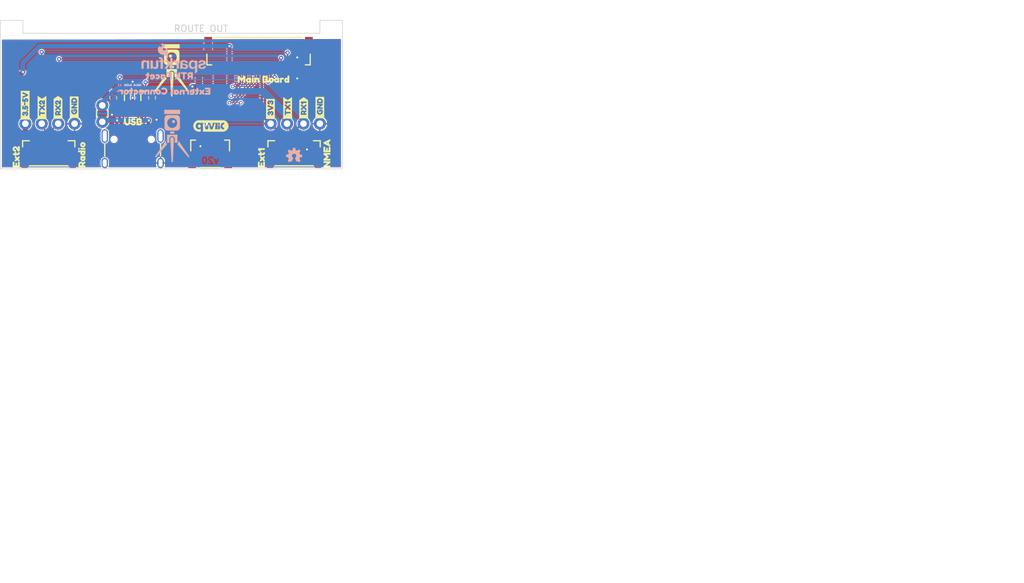
<source format=kicad_pcb>
(kicad_pcb (version 20240108) (generator "pcbnew") (generator_version "8.0")
  (title_block (title "SparkFun RTK Facet - External Connector") (date "2024-09-25") (rev "v13") (comment 1 "Designed by: N. Seidle"))
  (layers (0 "F.Cu" signal) (31 "B.Cu" signal) (34 "B.Paste" user) (35 "F.Paste" user) (36 "B.SilkS" user "B.Silkscreen") (37 "F.SilkS" user "F.Silkscreen") (38 "B.Mask" user) (39 "F.Mask" user) (44 "Edge.Cuts" user))
  (net 0 "")
  (net 1 "3.3V")
  (net 2 "GND")
  (net 3 "VBATT")
  (net 15 "Net-(JP0-A)")
  (net 16 "Net-(J5-CC2)")
  (net 17 "Net-(J5-CC1)")
  (net 18 "USB_DM")
  (net 19 "USB_DP")
  (net 20 "Net-(J11-Pin_4)")
  (net 21 "Net-(D1-VCC)")
  (net 24 "ESP22{slash}SCL")
  (net 25 "VUSB")
  (net 26 "ZED_RXI2")
  (net 27 "ExternalDATA_RXI")
  (net 28 "ZED_TXO2")
  (net 29 "ESP21{slash}SDA")
  (net 30 "ExternalDATA_TXO")
  (footprint "SparkFun-Connector:1x04" (layer "F.Cu") (at 171.5011 109.5036 180)
    (property "Reference" "J12")
    (property "Value" "Conn_01x04")
    (pad "1" thru_hole circle (at 0 0 270) (size 1.8796 1.8796) (drill 1.016) (layers "*.Cu" "*.Mask") (net 2 "GND"))
    (pad "2" thru_hole circle (at 2.54 0 270) (size 1.8796 1.8796) (drill 1.016) (layers "*.Cu" "*.Mask") (net 27 "ExternalDATA_RXI"))
    (pad "3" thru_hole circle (at 5.08 0 270) (size 1.8796 1.8796) (drill 1.016) (layers "*.Cu" "*.Mask") (net 30 "ExternalDATA_TXO"))
    (pad "4" thru_hole circle (at 7.62 0 270) (size 1.8796 1.8796) (drill 1.016) (layers "*.Cu" "*.Mask") (net 1 "3.3V"))
  )
  (footprint "kibuzzard-66F4C03C" (layer "F.Cu") (at 171.493661 107.01051 90)
    (property "Reference" "kibuzzard-66F4C03C" (hide yes))
    (property "Value" "G***" (hide yes))
  )
  (footprint "kibuzzard-66F4BFEC" (layer "F.Cu") (at 142.5575 109.22)
    (property "Reference" "kibuzzard-66F4BFEC" (hide yes))
    (property "Value" "G***" (hide yes))
  )
  (footprint "kibuzzard-66F4C0CF" (layer "F.Cu") (at 166.507747 107.061595 90)
    (property "Reference" "kibuzzard-66F4C0CF" (hide yes))
    (property "Value" "G***" (hide yes))
  )
  (footprint "SparkFun-Aesthetic:SparkFun_RTK_20mm" (layer "F.Cu") (at 148.59 102.235)
    (property "Reference" "Ref**" (hide yes))
    (property "Value" "Val**" (hide yes))
  )
  (footprint "SparkFun-Jumper:Jumper_2_PTH_SMD_Combo-NC" (layer "F.Cu") (at 137.795 107.95 90)
    (property "Reference" "JP0")
    (property "Value" "Measure")
    (fp_rect (start -0.25 -0.4) (end 0.25 0.4) (fill solid) (layer "F.Cu"))
    (pad "1" thru_hole circle (at -1.27 0 180) (size 1.8796 1.8796) (drill 1.016) (layers "*.Cu" "*.Mask") (net 15 "Net-(JP0-A)"))
    (pad "1" smd rect (at -0.508 0 90) (size 0.635 1.27) (layers "F.Cu" "F.Mask") (net 15 "Net-(JP0-A)"))
    (pad "2" smd rect (at 0.508 0 90) (size 0.635 1.27) (layers "F.Cu" "F.Mask") (net 21 "Net-(D1-VCC)"))
    (pad "2" thru_hole circle (at 1.27 0 180) (size 1.8796 1.8796) (drill 1.016) (layers "*.Cu" "*.Mask") (net 21 "Net-(D1-VCC)"))
  )
  (footprint "SparkFun-Resistor:R_0603_1608Metric" (layer "F.Cu") (at 145.5 105.5 90)
    (property "Reference" "R16")
    (property "Value" "5.1k")
    (pad "1" smd roundrect (at -0.825 0 90) (size 0.8 0.95) (layers "F.Cu" "F.Paste" "F.Mask") (net 16 "Net-(J5-CC2)"))
    (pad "2" smd roundrect (at 0.825 0 90) (size 0.8 0.95) (layers "F.Cu" "F.Paste" "F.Mask") (net 2 "GND"))
  )
  (footprint "SparkFun-Connector:USB-C_16" (layer "F.Cu") (at 142.5011 110.5036)
    (property "Reference" "J5")
    (property "Value" "USB_C_Receptacle")
    (pad "" np_thru_hole circle (at -2.89 1.445) (size 0.65 0.65) (drill 0.65) (layers "*.Cu" "*.Mask"))
    (pad "" np_thru_hole circle (at 2.89 1.445) (size 0.65 0.65) (drill 0.65) (layers "F&B.Cu" "*.Mask"))
    (pad "A5" smd rect (at -1.25 0.34 180) (size 0.3 1) (layers "F.Cu" "F.Paste" "F.Mask") (net 17 "Net-(J5-CC1)"))
    (pad "A6" smd rect (at -0.25 0.34 180) (size 0.3 1) (layers "F.Cu" "F.Paste" "F.Mask") (net 19 "USB_DP"))
    (pad "A7" smd rect (at 0.25 0.34) (size 0.3 1) (layers "F.Cu" "F.Paste" "F.Mask") (net 18 "USB_DM"))
    (pad "A8" smd rect (at 1.25 0.34) (size 0.3 1) (layers "F.Cu" "F.Paste" "F.Mask"))
    (pad "B5" smd rect (at 1.75 0.34) (size 0.3 1) (layers "F.Cu" "F.Paste" "F.Mask") (net 16 "Net-(J5-CC2)"))
    (pad "B6" smd rect (at 0.75 0.34) (size 0.3 1) (layers "F.Cu" "F.Paste" "F.Mask") (net 19 "USB_DP"))
    (pad "B7" smd rect (at -0.75 0.34 180) (size 0.3 1) (layers "F.Cu" "F.Paste" "F.Mask") (net 18 "USB_DM"))
    (pad "B8" smd rect (at -1.75 0.34 180) (size 0.3 1) (layers "F.Cu" "F.Paste" "F.Mask"))
    (pad "GND" smd rect (at -3.225 0.34 180) (size 0.6 1) (layers "F.Cu" "F.Paste" "F.Mask") (net 2 "GND"))
    (pad "GND" smd rect (at 3.225 0.34) (size 0.6 1) (layers "F.Cu" "F.Paste" "F.Mask") (net 2 "GND"))
    (pad "NC1" thru_hole oval (at -4.318 5.095) (size 1 1.6) (drill oval 0.6 1.2) (layers "*.Cu" "*.Mask" "F.Paste"))
    (pad "NC2" thru_hole oval (at -4.318 0.915) (size 1 2.1) (drill oval 0.6 1.7) (layers "*.Cu" "*.Mask" "F.Paste"))
    (pad "NC3" thru_hole oval (at 4.318 0.915) (size 1 2.1) (drill oval 0.6 1.7) (layers "*.Cu" "*.Mask" "F.Paste"))
    (pad "S" thru_hole oval (at 4.318 5.095) (size 1 1.6) (drill oval 0.6 1.2) (layers "*.Cu" "*.Mask" "F.Paste") (net 2 "GND"))
    (pad "VBUS" smd rect (at -2.45 0.34 180) (size 0.6 1) (layers "F.Cu" "F.Paste" "F.Mask") (net 15 "Net-(JP0-A)"))
    (pad "VBUS" smd rect (at 2.45 0.34) (size 0.6 1) (layers "F.Cu" "F.Paste" "F.Mask") (net 15 "Net-(JP0-A)"))
  )
  (footprint "kibuzzard-66F4C088" (layer "F.Cu") (at 125.852604 106.639131 90)
    (property "Reference" "kibuzzard-66F4C088" (hide yes))
    (property "Value" "G***" (hide yes))
  )
  (footprint "SparkFun-Fuse:0805" (layer "F.Cu") (at 124.5011 105.5036 -90)
    (property "Reference" "F1")
    (property "Value" "6V/0.5A/1A")
    (pad "1" smd rect (at -0.9 0 270) (size 0.8 1.2) (layers "F.Cu" "F.Paste" "F.Mask") (net 3 "VBATT"))
    (pad "2" smd rect (at 0.9 0 270) (size 0.8 1.2) (layers "F.Cu" "F.Paste" "F.Mask") (net 20 "Net-(J11-Pin_4)"))
  )
  (footprint "kibuzzard-66F4C0A3" (layer "F.Cu") (at 130.937418 106.97997 90)
    (property "Reference" "kibuzzard-66F4C0A3" (hide yes))
    (property "Value" "G***" (hide yes))
  )
  (footprint "kibuzzard-66FF0C1C" (layer "F.Cu") (at 162.78 102.61)
    (property "Reference" "kibuzzard-66FF0C1C" (hide yes))
    (property "Value" "G***" (hide yes))
  )
  (footprint "kibuzzard-66F4C0F8" (layer "F.Cu") (at 172.611543 114.107419 90)
    (property "Reference" "kibuzzard-66F4C0F8" (hide yes))
    (property "Value" "G***" (hide yes))
  )
  (footprint "SparkFun-Connector:JST_SMD_1.25mm-4_Locking" (layer "F.Cu") (at 167.5011 115.1036)
    (property "Reference" "J2")
    (property "Value" "JST_Locking_4")
    (pad "1" smd rect (at -1.875 -3.3 180) (size 0.6 1.7) (layers "F.Cu" "F.Paste" "F.Mask") (net 1 "3.3V"))
    (pad "2" smd rect (at -0.625 -3.3 180) (size 0.6 1.7) (layers "F.Cu" "F.Paste" "F.Mask") (net 30 "ExternalDATA_TXO"))
    (pad "3" smd rect (at 0.625 -3.3 180) (size 0.6 1.7) (layers "F.Cu" "F.Paste" "F.Mask") (net 27 "ExternalDATA_RXI"))
    (pad "4" smd rect (at 1.875 -3.3 180) (size 0.6 1.7) (layers "F.Cu" "F.Paste" "F.Mask") (net 2 "GND"))
    (pad "NC1" smd rect (at 3.725 -0.1 270) (size 2.7 1) (layers "F.Cu" "F.Paste" "F.Mask"))
    (pad "NC2" smd rect (at -3.725 -0.1 270) (size 2.7 1) (layers "F.Cu" "F.Paste" "F.Mask"))
  )
  (footprint "SparkFun-Connector:1x04" (layer "F.Cu") (at 133.5011 109.5036 180)
    (property "Reference" "J11")
    (property "Value" "Conn_01x04")
    (pad "1" thru_hole circle (at 0 0 270) (size 1.8796 1.8796) (drill 1.016) (layers "*.Cu" "*.Mask") (net 2 "GND"))
    (pad "2" thru_hole circle (at 2.54 0 270) (size 1.8796 1.8796) (drill 1.016) (layers "*.Cu" "*.Mask") (net 26 "ZED_RXI2"))
    (pad "3" thru_hole circle (at 5.08 0 270) (size 1.8796 1.8796) (drill 1.016) (layers "*.Cu" "*.Mask") (net 28 "ZED_TXO2"))
    (pad "4" thru_hole circle (at 7.62 0 270) (size 1.8796 1.8796) (drill 1.016) (layers "*.Cu" "*.Mask") (net 20 "Net-(J11-Pin_4)"))
  )
  (footprint "SparkFun-Connector:JST_SMD_1.25mm-4_Locking" (layer "F.Cu") (at 129.5011 115.1036)
    (property "Reference" "J9")
    (property "Value" "JST_Locking_4")
    (pad "1" smd rect (at -1.875 -3.3 180) (size 0.6 1.7) (layers "F.Cu" "F.Paste" "F.Mask") (net 20 "Net-(J11-Pin_4)"))
    (pad "2" smd rect (at -0.625 -3.3 180) (size 0.6 1.7) (layers "F.Cu" "F.Paste" "F.Mask") (net 28 "ZED_TXO2"))
    (pad "3" smd rect (at 0.625 -3.3 180) (size 0.6 1.7) (layers "F.Cu" "F.Paste" "F.Mask") (net 26 "ZED_RXI2"))
    (pad "4" smd rect (at 1.875 -3.3 180) (size 0.6 1.7) (layers "F.Cu" "F.Paste" "F.Mask") (net 2 "GND"))
    (pad "NC1" smd rect (at 3.725 -0.1 270) (size 2.7 1) (layers "F.Cu" "F.Paste" "F.Mask"))
    (pad "NC2" smd rect (at -3.725 -0.1 270) (size 2.7 1) (layers "F.Cu" "F.Paste" "F.Mask"))
  )
  (footprint "kibuzzard-66F4C03C" (layer "F.Cu") (at 133.440592 106.949319 90)
    (property "Reference" "kibuzzard-66F4C03C" (hide yes))
    (property "Value" "G***" (hide yes))
  )
  (footprint "SparkFun-Aesthetic:qwiic_5.5mm" (layer "F.Cu") (at 154.6225 109.855)
    (property "Reference" "G***" (hide yes))
    (property "Value" "LOGO" (hide yes))
  )
  (footprint "kibuzzard-66F4BFE6" (layer "F.Cu") (at 134.62 114.3 90)
    (property "Reference" "kibuzzard-66F4BFE6" (hide yes))
    (property "Value" "G***" (hide yes))
  )
  (footprint "SparkFun-Connector:JST_SMD_1.0mm-4_RA" (layer "F.Cu") (at 154.5011 111.7036)
    (property "Reference" "J4")
    (property "Value" "Qwiic_RA")
    (pad "1" smd rect (at -1.5 0) (size 0.6 1.35) (layers "F.Cu" "F.Paste" "F.Mask") (net 2 "GND"))
    (pad "2" smd rect (at -0.5 0) (size 0.6 1.35) (layers "F.Cu" "F.Paste" "F.Mask") (net 1 "3.3V"))
    (pad "3" smd rect (at 0.5 0) (size 0.6 1.35) (layers "F.Cu" "F.Paste" "F.Mask") (net 29 "ESP21{slash}SDA"))
    (pad "4" smd rect (at 1.5 0) (size 0.6 1.35) (layers "F.Cu" "F.Paste" "F.Mask") (net 24 "ESP22{slash}SCL"))
    (pad "NC1" smd rect (at 2.8 3.675) (size 1.2 2) (layers "F.Cu" "F.Paste" "F.Mask"))
    (pad "NC2" smd rect (at -2.8 3.675) (size 1.2 2) (layers "F.Cu" "F.Paste" "F.Mask"))
  )
  (footprint "kibuzzard-66F4BFD6" (layer "F.Cu") (at 124.46 114.6175 90)
    (property "Reference" "kibuzzard-66F4BFD6" (hide yes))
    (property "Value" "G***" (hide yes))
  )
  (footprint "SparkFun-Resistor:R_0603_1608Metric" (layer "F.Cu") (at 139.5 105.5 90)
    (property "Reference" "R17")
    (property "Value" "5.1k")
    (pad "1" smd roundrect (at -0.825 0 90) (size 0.8 0.95) (layers "F.Cu" "F.Paste" "F.Mask") (net 17 "Net-(J5-CC1)"))
    (pad "2" smd roundrect (at 0.825 0 90) (size 0.8 0.95) (layers "F.Cu" "F.Paste" "F.Mask") (net 2 "GND"))
  )
  (footprint "kibuzzard-66F4C0FC" (layer "F.Cu") (at 162.450699 114.781744 90)
    (property "Reference" "kibuzzard-66F4C0FC" (hide yes))
    (property "Value" "G***" (hide yes))
  )
  (footprint "kibuzzard-66F4C0D4" (layer "F.Cu") (at 168.990487 107.041161 90)
    (property "Reference" "kibuzzard-66F4C0D4" (hide yes))
    (property "Value" "G***" (hide yes))
  )
  (footprint "kibuzzard-66F4C09A" (layer "F.Cu") (at 128.454678 107.000404 90)
    (property "Reference" "kibuzzard-66F4C09A" (hide yes))
    (property "Value" "G***" (hide yes))
  )
  (footprint "SparkFun-Fuse:1210" (layer "F.Cu") (at 154.25 103.75 180)
    (property "Reference" "F3")
    (property "Value" "6V/2.0A/4.0A")
    (pad "1" smd rect (at -1.5 0 180) (size 1 2.8) (layers "F.Cu" "F.Paste" "F.Mask") (net 25 "VUSB"))
    (pad "2" smd rect (at 1.5 0 180) (size 1 2.8) (layers "F.Cu" "F.Paste" "F.Mask") (net 21 "Net-(D1-VCC)"))
  )
  (footprint "kibuzzard-66F4C0DF" (layer "F.Cu") (at 163.846208 107.225067 90)
    (property "Reference" "kibuzzard-66F4C0DF" (hide yes))
    (property "Value" "G***" (hide yes))
  )
  (footprint "SparkFun-Connector:JST_SMD_1.0mm-14_RA" (layer "F.Cu") (at 162 100.75 180)
    (property "Reference" "J1")
    (property "Value" "Conn_01x14")
    (pad "1" smd rect (at -6.5 0 180) (size 0.6 1.35) (layers "F.Cu" "F.Paste" "F.Mask") (net 2 "GND"))
    (pad "2" smd rect (at -5.5 0 180) (size 0.6 1.35) (layers "F.Cu" "F.Paste" "F.Mask") (net 2 "GND"))
    (pad "3" smd rect (at -4.5 0 180) (size 0.6 1.35) (layers "F.Cu" "F.Paste" "F.Mask") (net 28 "ZED_TXO2"))
    (pad "4" smd rect (at -3.5 0 180) (size 0.6 1.35) (layers "F.Cu" "F.Paste" "F.Mask") (net 26 "ZED_RXI2"))
    (pad "5" smd rect (at -2.5 0 180) (size 0.6 1.35) (layers "F.Cu" "F.Paste" "F.Mask") (net 18 "USB_DM"))
    (pad "6" smd rect (at -1.5 0 180) (size 0.6 1.35) (layers "F.Cu" "F.Paste" "F.Mask") (net 19 "USB_DP"))
    (pad "7" smd rect (at -0.5 0 180) (size 0.6 1.35) (layers "F.Cu" "F.Paste" "F.Mask") (net 1 "3.3V"))
    (pad "8" smd rect (at 0.5 0 180) (size 0.6 1.35) (layers "F.Cu" "F.Paste" "F.Mask") (net 29 "ESP21{slash}SDA"))
    (pad "9" smd rect (at 1.5 0 180) (size 0.6 1.35) (layers "F.Cu" "F.Paste" "F.Mask") (net 24 "ESP22{slash}SCL"))
    (pad "10" smd rect (at 2.5 0 180) (size 0.6 1.35) (layers "F.Cu" "F.Paste" "F.Mask") (net 30 "ExternalDATA_TXO"))
    (pad "11" smd rect (at 3.5 0 180) (size 0.6 1.35) (layers "F.Cu" "F.Paste" "F.Mask") (net 27 "ExternalDATA_RXI"))
    (pad "12" smd rect (at 4.5 0 180) (size 0.6 1.35) (layers "F.Cu" "F.Paste" "F.Mask") (net 3 "VBATT"))
    (pad "13" smd rect (at 5.5 0 180) (size 0.6 1.35) (layers "F.Cu" "F.Paste" "F.Mask") (net 25 "VUSB"))
    (pad "14" smd rect (at 6.5 0 180) (size 0.6 1.35) (layers "F.Cu" "F.Paste" "F.Mask") (net 25 "VUSB"))
    (pad "NC1" smd rect (at 7.8 3.675 180) (size 1.2 2) (layers "F.Cu" "F.Paste" "F.Mask"))
    (pad "NC2" smd rect (at -7.8 3.675 180) (size 1.2 2) (layers "F.Cu" "F.Paste" "F.Mask"))
  )
  (footprint "SparkFun-Aesthetic:Creative_Commons_License" (layer "F.Cu") (at 233.68 162.56)
    (property "Reference" "G3" (hide yes))
    (property "Value" "OSHW_Logo" (hide yes))
  )
  (footprint "SparkFun-Semiconductor-Standard:SOT23-6" (layer "F.Cu") (at 142.5 105.5 -90)
    (property "Reference" "D1")
    (property "Value" "DT1042-04SO")
    (pad "1" smd rect (at -1.3001 -0.95 180) (size 0.55 1.2) (layers "F.Cu" "F.Paste" "F.Mask"))
    (pad "2" smd rect (at -1.3001 0 180) (size 0.55 1.2) (layers "F.Cu" "F.Paste" "F.Mask") (net 2 "GND"))
    (pad "3" smd rect (at -1.3001 0.95 180) (size 0.55 1.2) (layers "F.Cu" "F.Paste" "F.Mask"))
    (pad "4" smd rect (at 1.3001 0.95 180) (size 0.55 1.2) (layers "F.Cu" "F.Paste" "F.Mask") (net 18 "USB_DM"))
    (pad "5" smd rect (at 1.3 0 180) (size 0.55 1.2) (layers "F.Cu" "F.Paste" "F.Mask") (net 21 "Net-(D1-VCC)"))
    (pad "6" smd rect (at 1.3001 -0.95 180) (size 0.55 1.2) (layers "F.Cu" "F.Paste" "F.Mask") (net 19 "USB_DP"))
  )
  (footprint "kibuzzard-66F4C1AD" (layer "B.Cu") (at 148.160221 102.090324 180)
    (property "Reference" "kibuzzard-66F4C1AD" (hide yes))
    (property "Value" "G***" (hide yes))
  )
  (footprint "SparkFun-Aesthetic:OSHW_Logo_2.5mm" (layer "B.Cu") (at 167.5011 114.5036 180)
    (property "Reference" "LOGO1" (hide yes))
    (property "Value" "OSHW-LOGOMINI" (hide yes))
  )
  (footprint "kibuzzard-66F4C18F" (layer "B.Cu") (at 151.4475 104.4575 180)
    (property "Reference" "kibuzzard-66F4C18F" (hide yes))
    (property "Value" "G***" (hide yes))
  )
  (footprint "kibuzzard-66F4C199" (layer "B.Cu") (at 144.145 104.4575 180)
    (property "Reference" "kibuzzard-66F4C199" (hide yes))
    (property "Value" "G***" (hide yes))
  )
  (footprint "SparkFun-Aesthetic:SparkFun_Logo_10mm" (layer "B.Cu") (at 148.9075 100.33 180)
    (property "Reference" "LOGO2" (hide yes))
    (property "Value" "SFE_LOGO_NAME_FLAME.1_INCH" (hide yes))
  )
  (footprint "SparkFun-Aesthetic:SparkFun_RTK_20mm" (layer "B.Cu") (at 148.59 112.395 180)
    (property "Reference" "Ref**" (hide yes))
    (property "Value" "Val**" (hide yes))
  )
  (gr_poly (pts (xy 122.0011 93.5036) (xy 125.5011 93.5036) (xy 125.5011 95.5036) (xy 171.5011 95.5036) (xy 171.5011 93.5036) (xy 175.0011 93.5036) (xy 175.0011 116.5036) (xy 122.0011 116.5036)) (stroke (width 0.1)) (fill none) (layer "Edge.Cuts"))
  (gr_text "v20" (at 154.5 115.25 -0) (layer "B.Cu" knockout) (effects (font (size 1 1) (thickness 0.25) (bold yes)) (justify mirror)))
  (gr_text "ROUTE OUT" (at 153.08941 94.782397 0) (layer "Edge.Cuts") (effects (font (size 1 1))))
  (segment (start 162.5 108.1225) (end 163.8811 109.5036) (width 0.4064) (layer "F.Cu") (net 1))
  (segment (start 154.0011 111.7036) (end 154.0011 109.5036) (width 0.3048) (layer "F.Cu") (net 1))
  (segment (start 165.6261 111.8036) (end 165.6261 111.2486) (width 0.3048) (layer "F.Cu") (net 1))
  (segment (start 162.5 100.75) (end 162.5 108.1225) (width 0.4064) (layer "F.Cu") (net 1))
  (segment (start 165.6261 111.2486) (end 163.8811 109.5036) (width 0.3048) (layer "F.Cu") (net 1))
  (via (at 154.0011 109.5036) (size 0.6556) (drill 0.3) (layers "F.Cu" "B.Cu") (net 1))
  (segment (start 154.0011 109.5036) (end 161.5 109.5036) (width 0.3048) (layer "B.Cu") (net 1))
  (segment (start 163.8811 109.5036) (end 161.5 109.5036) (width 0.3048) (layer "B.Cu") (net 1))
  (segment (start 168 99.25) (end 167.5 99.75) (width 0.762) (layer "F.Cu") (net 2))
  (segment (start 145.7261 109.3739) (end 146.2 108.9) (width 0.4064) (layer "F.Cu") (net 2))
  (segment (start 139.2761 110.8436) (end 139.2761 108.1239) (width 0.4064) (layer "F.Cu") (net 2))
  (segment (start 167.5 102) (end 168 102.5) (width 0.762) (layer "F.Cu") (net 2))
  (segment (start 168.5 100.75) (end 168.5 102) (width 0.762) (layer "F.Cu") (net 2))
  (segment (start 142.5956 103.9902) (end 142.5011 104.0847) (width 0.3048) (layer "F.Cu") (net 2))
  (segment (start 145.7261 110.8436) (end 145.7261 109.3739) (width 0.4064) (layer "F.Cu") (net 2))
  (segment (start 139.2761 108.1239) (end 139.3 108.1) (width 0.4064) (layer "F.Cu") (net 2))
  (segment (start 168 99.25) (end 168.5 99.75) (width 0.762) (layer "F.Cu") (net 2))
  (segment (start 168.5 102) (end 168 102.5) (width 0.762) (layer "F.Cu") (net 2))
  (segment (start 167.5 100.75) (end 167.5 102) (width 0.762) (layer "F.Cu") (net 2))
  (segment (start 167.5 99.75) (end 167.5 100.75) (width 0.762) (layer "F.Cu") (net 2))
  (segment (start 168.5 99.75) (end 168.5 100.75) (width 0.762) (layer "F.Cu") (net 2))
  (via (at 169.5 113.5) (size 0.6556) (drill 0.3) (layers "F.Cu" "B.Cu") (net 2))
  (via (at 168 102.5) (size 0.6556) (drill 0.3) (layers "F.Cu" "B.Cu") (net 2))
  (via (at 168 99.25) (size 0.6556) (drill 0.3) (layers "F.Cu" "B.Cu") (net 2))
  (via (at 146.2 108.9) (size 0.6556) (drill 0.3) (layers "F.Cu" "B.Cu") (net 2))
  (via (at 153 113) (size 0.6556) (drill 0.3) (layers "F.Cu" "B.Cu") (net 2))
  (via (at 142.5 103) (size 0.6556) (drill 0.3) (layers "F.Cu" "B.Cu") (net 2))
  (via (at 139.3 108.1) (size 0.6556) (drill 0.3) (layers "F.Cu" "B.Cu") (net 2))
  (segment (start 125.5011 101.5036) (end 124.5011 102.5036) (width 0.762) (layer "F.Cu") (net 3))
  (segment (start 124.5011 102.5036) (end 124.5011 104.6036) (width 0.762) (layer "F.Cu") (net 3))
  (segment (start 157.5 100.75) (end 157.5 97.5) (width 0.6604) (layer "F.Cu") (net 3))
  (via (at 157.5 97.5) (size 0.56) (drill 0.3) (layers "F.Cu" "B.Cu") (net 3))
  (via (at 125.5011 101.5036) (size 0.6556) (drill 0.3) (layers "F.Cu" "B.Cu") (net 3))
  (segment (start 125.5011 100.085679) (end 125.5011 101.5036) (width 0.762) (layer "B.Cu") (net 3))
  (segment (start 128.086779 97.5) (end 125.5011 100.085679) (width 0.762) (layer "B.Cu") (net 3))
  (segment (start 157.5 97.5) (end 128.086779 97.5) (width 0.762) (layer "B.Cu") (net 3))
  (segment (start 144.9511 110.8436) (end 144.9511 109.0536) (width 0.508) (layer "F.Cu") (net 15))
  (segment (start 140.0511 109.0536) (end 140.1011 109.0036) (width 0.508) (layer "F.Cu") (net 15))
  (segment (start 144.9511 109.0536) (end 145.0011 109.0036) (width 0.508) (layer "F.Cu") (net 15))
  (segment (start 137.6011 108.2116) (end 137.6011 108.9736) (width 0.3048) (layer "F.Cu") (net 15))
  (segment (start 140.0511 110.8436) (end 140.0511 109.0536) (width 0.508) (layer "F.Cu") (net 15))
  (via (at 140.1011 109.0036) (size 0.6556) (drill 0.3) (layers "F.Cu" "B.Cu") (net 15))
  (via (at 145.0011 109.0036) (size 0.6556) (drill 0.3) (layers "F.Cu" "B.Cu") (net 15))
  (segment (start 137.6311 109.0036) (end 137.6011 108.9736) (width 0.5588) (layer "B.Cu") (net 15))
  (segment (start 145.0011 109.0036) (end 140.1011 109.0036) (width 0.762) (layer "B.Cu") (net 15))
  (segment (start 140.1011 109.0036) (end 137.6311 109.0036) (width 0.762) (layer "B.Cu") (net 15))
  (segment (start 144.2511 108.7489) (end 145.5 107.5) (width 0.1778) (layer "F.Cu") (net 16))
  (segment (start 145.5 107.5) (end 145.5 106.325) (width 0.1778) (layer "F.Cu") (net 16))
  (segment (start 144.2511 110.8436) (end 144.2511 108.7489) (width 0.1778) (layer "F.Cu") (net 16))
  (segment (start 139.5 107) (end 139.5 106.325) (width 0.1778) (layer "F.Cu") (net 17))
  (segment (start 141.2511 108.7511) (end 139.5 107) (width 0.1778) (layer "F.Cu") (net 17))
  (segment (start 141.2511 110.8436) (end 141.2511 108.7511) (width 0.1778) (layer "F.Cu") (net 17))
  (segment (start 142.4689 111.8036) (end 141.9011 111.8036) (width 0.1778) (layer "F.Cu") (net 18))
  (segment (start 141.7511 108.175416) (end 141.55 107.974316) (width 0.1778) (layer "F.Cu") (net 18))
  (segment (start 142.7511 111.5214) (end 142.4689 111.8036) (width 0.1778) (layer "F.Cu") (net 18))
  (segment (start 141.55 106.8001) (end 141.55 105.55) (width 0.1778) (layer "F.Cu") (net 18))
  (segment (start 141.7511 111.6536) (end 141.7511 110.8436) (width 0.1778) (layer "F.Cu") (net 18))
  (segment (start 142.7511 110.8436) (end 142.7511 111.5214) (width 0.1778) (layer "F.Cu") (net 18))
  (segment (start 141.7511 110.8436) (end 141.7511 108.175416) (width 0.1778) (layer "F.Cu") (net 18))
  (segment (start 141.55 107.974316) (end 141.55 106.8001) (width 0.1778) (layer "F.Cu") (net 18))
  (segment (start 140.5 104.5) (end 140.5 102.3036) (width 0.1778) (layer "F.Cu") (net 18))
  (segment (start 141.55 105.55) (end 140.5 104.5) (width 0.1778) (layer "F.Cu") (net 18))
  (segment (start 164.5 102.2702) (end 164.5 100.75) (width 0.1778) (layer "F.Cu") (net 18))
  (segment (start 141.9011 111.8036) (end 141.7511 111.6536) (width 0.1778) (layer "F.Cu") (net 18))
  (via (at 140.5 102.3036) (size 0.6556) (drill 0.3) (layers "F.Cu" "B.Cu") (net 18))
  (via (at 164.5 102.2702) (size 0.6556) (drill 0.3) (layers "F.Cu" "B.Cu") (net 18))
  (segment (start 164.5 102.2702) (end 140.5334 102.2702) (width 0.1778) (layer "B.Cu") (net 18))
  (segment (start 140.5334 102.2702) (end 140.5 102.3036) (width 0.1778) (layer "B.Cu") (net 18))
  (segment (start 143.45 106.8001) (end 143.45 105.67505) (width 0.1778) (layer "F.Cu") (net 19))
  (segment (start 143.2475 109.5036) (end 143.2511 109.5) (width 0.1778) (layer "F.Cu") (net 19))
  (segment (start 144.5 104.62505) (end 144.5 103.1036) (width 0.1778) (layer "F.Cu") (net 19))
  (segment (start 163.5 100.75) (end 163.5 103) (width 0.1778) (layer "F.Cu") (net 19))
  (segment (start 143.45 105.67505) (end 144.5 104.62505) (width 0.1778) (layer "F.Cu") (net 19))
  (segment (start 143.2511 108.6489) (end 143.45 108.45) (width 0.1778) (layer "F.Cu") (net 19))
  (segment (start 142.2511 110.8436) (end 142.2511 109.7036) (width 0.1778) (layer "F.Cu") (net 19))
  (segment (start 143.2511 110.8436) (end 143.2511 109.5) (width 0.1778) (layer "F.Cu") (net 19))
  (segment (start 143.2511 109.5) (end 143.2511 108.6489) (width 0.1778) (layer "F.Cu") (net 19))
  (segment (start 142.2511 109.7036) (end 142.4511 109.5036) (width 0.1778) (layer "F.Cu") (net 19))
  (segment (start 142.4511 109.5036) (end 143.2475 109.5036) (width 0.1778) (layer "F.Cu") (net 19))
  (segment (start 143.45 108.45) (end 143.45 106.8001) (width 0.1778) (layer "F.Cu") (net 19))
  (via (at 144.5 103.1036) (size 0.6556) (drill 0.3) (layers "F.Cu" "B.Cu") (net 19))
  (via (at 163.5 103) (size 0.6556) (drill 0.3) (layers "F.Cu" "B.Cu") (net 19))
  (segment (start 163.3964 103.1036) (end 144.5 103.1036) (width 0.1778) (layer "B.Cu") (net 19))
  (segment (start 163.5 103) (end 163.3964 103.1036) (width 0.1778) (layer "B.Cu") (net 19))
  (segment (start 125.8811 107.7836) (end 124.5011 106.4036) (width 0.762) (layer "F.Cu") (net 20))
  (segment (start 125.8811 107.7836) (end 125.8811 109.5036) (width 0.762) (layer "F.Cu") (net 20))
  (segment (start 126.6011 111.8036) (end 125.8811 111.0836) (width 0.762) (layer "F.Cu") (net 20))
  (segment (start 125.8811 111.0836) (end 125.8811 109.5036) (width 0.762) (layer "F.Cu") (net 20))
  (segment (start 127.6261 111.8036) (end 126.6011 111.8036) (width 0.762) (layer "F.Cu") (net 20))
  (segment (start 152.7464 103.7536) (end 152.75 103.75) (width 0.762) (layer "F.Cu") (net 21))
  (segment (start 137.6011 107.1956) (end 137.6011 106.4336) (width 0.3048) (layer "F.Cu") (net 21))
  (segment (start 142.5 106.8) (end 142.5 105.5) (width 0.4064) (layer "F.Cu") (net 21))
  (segment (start 151.75 103.7536) (end 152.7464 103.7536) (width 0.762) (layer "F.Cu") (net 21))
  (via (at 142.5 105.5) (size 0.56) (drill 0.3) (layers "F.Cu" "B.Cu") (net 21))
  (via (at 151.75 103.7536) (size 0.6556) (drill 0.3) (layers "F.Cu" "B.Cu") (net 21))
  (segment (start 142.5956 103.9902) (end 140.0445 103.9902) (width 0.762) (layer "B.Cu") (net 21))
  (segment (start 142.5 104.0858) (end 142.5956 103.9902) (width 0.4064) (layer "B.Cu") (net 21))
  (segment (start 151.5134 103.9902) (end 151.75 103.7536) (width 0.762) (layer "B.Cu") (net 21))
  (segment (start 142.5 105.5) (end 142.5 104.0858) (width 0.4064) (layer "B.Cu") (net 21))
  (segment (start 142.5956 103.9902) (end 151.5134 103.9902) (width 0.762) (layer "B.Cu") (net 21))
  (segment (start 140.0445 103.9902) (end 137.6011 106.4336) (width 0.762) (layer "B.Cu") (net 21))
  (segment (start 157.5 106.25) (end 160.5 103.25) (width 0.1524) (layer "F.Cu") (net 24))
  (segment (start 159.25 106.25) (end 156.0011 109.4989) (width 0.1524) (layer "F.Cu") (net 24))
  (segment (start 156.0011 109.4989) (end 156.0011 111.7036) (width 0.1524) (layer "F.Cu") (net 24))
  (segment (start 160.5 103.25) (end 160.5 100.75) (width 0.1524) (layer "F.Cu") (net 24))
  (via (at 157.5 106.25) (size 0.56) (drill 0.3) (layers "F.Cu" "B.Cu") (net 24))
  (via (at 159.25 106.25) (size 0.56) (drill 0.3) (layers "F.Cu" "B.Cu") (net 24))
  (segment (start 159.25 106.25) (end 157.5 106.25) (width 0.1524) (layer "B.Cu") (net 24))
  (segment (start 165.5 100.75) (end 165.5 99.311603) (width 0.1778) (layer "F.Cu") (net 26))
  (segment (start 130.1261 111.8036) (end 130.1261 110.3386) (width 0.1778) (layer "F.Cu") (net 26))
  (segment (start 131.1011 109.3636) (end 130.9611 109.5036) (width 0.1778) (layer "F.Cu") (net 26))
  (segment (start 130.1261 110.3386) (end 130.9611 109.5036) (width 0.1778) (layer "F.Cu") (net 26))
  (segment (start 131.1011 99.5036) (end 131.1011 109.3636) (width 0.1778) (layer "F.Cu") (net 26))
  (via (at 165.5 99.311603) (size 0.6556) (drill 0.3) (layers "F.Cu" "B.Cu") (net 26))
  (via (at 131.1011 99.5036) (size 0.6556) (drill 0.3) (layers "F.Cu" "B.Cu") (net 26))
  (segment (start 165.308003 99.5036) (end 131.1011 99.5036) (width 0.1778) (layer "B.Cu") (net 26))
  (segment (start 165.5 99.311603) (end 165.308003 99.5036) (width 0.1778) (layer "B.Cu") (net 26))
  (segment (start 168.8011 109.3436) (end 168.8311 109.3736) (width 0.1778) (layer "F.Cu") (net 27))
  (segment (start 168.8311 109.3736) (end 168.9611 109.5036) (width 0.1778) (layer "F.Cu") (net 27))
  (segment (start 158.5 100.75) (end 158.5 103.25) (width 0.1524) (layer "F.Cu") (net 27))
  (segment (start 168.1261 111.8036) (end 168.1261 110.0786) (width 0.1778) (layer "F.Cu") (net 27))
  (segment (start 158.5 103.25) (end 158 103.75) (width 0.1524) (layer "F.Cu") (net 27))
  (segment (start 168.1261 110.0786) (end 168.8311 109.3736) (width 0.1778) (layer "F.Cu") (net 27))
  (via (at 158 103.75) (size 0.56) (drill 0.3) (layers "F.Cu" "B.Cu") (net 27))
  (segment (start 158 103.75) (end 163.2075 103.75) (width 0.1524) (layer "B.Cu") (net 27))
  (segment (start 163.2075 103.75) (end 168.9611 109.5036) (width 0.1524) (layer "B.Cu") (net 27))
  (segment (start 128.8761 109.9586) (end 128.4211 109.5036) (width 0.1778) (layer "F.Cu") (net 28))
  (segment (start 128.4011 109.4836) (end 128.4211 109.5036) (width 0.1778) (layer "F.Cu") (net 28))
  (segment (start 166.5 100.75) (end 166.5 98.5036) (width 0.1778) (layer "F.Cu") (net 28))
  (segment (start 128.8761 111.8036) (end 128.8761 109.9586) (width 0.1778) (layer "F.Cu") (net 28))
  (segment (start 128.4011 98.4036) (end 128.4011 109.4836) (width 0.1778) (layer "F.Cu") (net 28))
  (via (at 128.4011 98.4036) (size 0.6556) (drill 0.3) (layers "F.Cu" "B.Cu") (net 28))
  (via (at 166.5 98.5036) (size 0.6556) (drill 0.3) (layers "F.Cu" "B.Cu") (net 28))
  (segment (start 128.5011 98.5036) (end 128.4011 98.4036) (width 0.1778) (layer "B.Cu") (net 28))
  (segment (start 166.5 98.5036) (end 128.5011 98.5036) (width 0.1778) (layer "B.Cu") (net 28))
  (segment (start 155.0011 111.7036) (end 155.0011 109.7489) (width 0.1778) (layer "F.Cu") (net 29))
  (segment (start 161.5 103.25) (end 161.5 100.75) (width 0.1778) (layer "F.Cu") (net 29))
  (segment (start 155.0011 109.7489) (end 161.5 103.25) (width 0.1778) (layer "F.Cu") (net 29))
  (segment (start 159.5 103.5) (end 159.5 100.75) (width 0.1524) (layer "F.Cu") (net 30))
  (segment (start 166.8761 109.9586) (end 166.4211 109.5036) (width 0.1778) (layer "F.Cu") (net 30))
  (segment (start 157.75 105.25) (end 159.5 103.5) (width 0.1524) (layer "F.Cu") (net 30))
  (segment (start 166.8761 111.8036) (end 166.8761 109.9586) (width 0.1778) (layer "F.Cu") (net 30))
  (via (at 157.75 105.25) (size 0.56) (drill 0.3) (layers "F.Cu" "B.Cu") (net 30))
  (segment (start 157.75 105.25) (end 162.1675 105.25) (width 0.1524) (layer "B.Cu") (net 30))
  (segment (start 162.1675 105.25) (end 166.4211 109.5036) (width 0.1524) (layer "B.Cu") (net 30))
  (zone (net 0) (net_name "") (layer "F.Cu") (name "AOI_Helper") (connect_pads (clearance 0)) (min_thickness 0.25)
    (keepout (tracks not_allowed) (vias not_allowed) (pads not_allowed) (copperpour not_allowed) (footprints allowed))
    (fill (thermal_gap 0.5) (thermal_bridge_width 0.5))
    (polygon (pts (xy 156.95 100.01) (xy 157.05 100.01) (xy 157.05 101.49) (xy 156.95 101.49)))
  )
  (zone (net 0) (net_name "") (layer "F.Cu") (name "AOI_Helper") (connect_pads (clearance 0)) (min_thickness 0.25)
    (keepout (tracks not_allowed) (vias not_allowed) (pads not_allowed) (copperpour not_allowed) (footprints allowed))
    (fill (thermal_gap 0.5) (thermal_bridge_width 0.5))
    (polygon (pts (xy 167.96 100.02) (xy 168.04 100.02) (xy 168.04 101.5) (xy 167.96 101.5)))
  )
  (zone (net 25) (net_name "VUSB") (layer "F.Cu") (priority 6) (connect_pads yes (clearance 0.1524)) (min_thickness 0.0762) (fill yes (thermal_gap 0.5) (thermal_bridge_width 0.5))
    (polygon (pts (xy 157 105.2298) (xy 155.0476 105.2298) (xy 155.0476 100.25) (xy 157 100.25)))
  )
  (zone (net 0) (net_name "") (layer "F.Cu") (name "AOI_Helper") (connect_pads (clearance 0)) (min_thickness 0.25)
    (keepout (tracks not_allowed) (vias not_allowed) (pads not_allowed) (copperpour not_allowed) (footprints allowed))
    (fill (thermal_gap 0.5) (thermal_bridge_width 0.5))
    (polygon (pts (xy 155.96 100.02) (xy 156.04 100.02) (xy 156.04 101.71) (xy 155.96 101.71)))
  )
  (zone (net 2) (net_name "GND") (layers "F&B.Cu") (priority 2) (connect_pads (clearance 0.1524)) (min_thickness 0.0762) (fill yes (thermal_gap 0.2024) (thermal_bridge_width 0.2024))
    (polygon (pts (xy 175 116.5) (xy 122 116.5) (xy 122 96.5) (xy 175 96.4)))
  )
)
</source>
